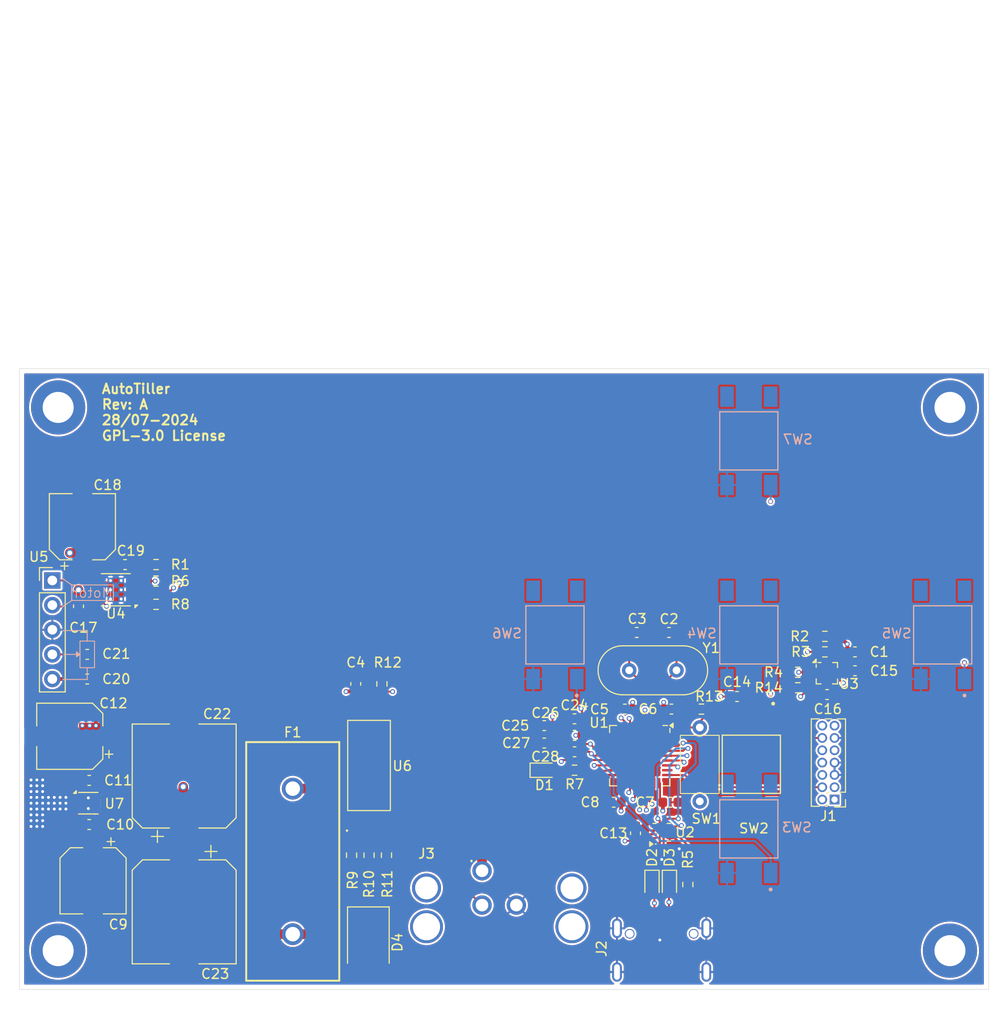
<source format=kicad_pcb>
(kicad_pcb (version 20240108) (generator "pcbnew") (generator_version "8.0")
  (layers (0 "F.Cu" signal) (1 "In1.Cu" signal) (2 "In2.Cu" signal) (31 "B.Cu" signal) (34 "B.Paste" user) (35 "F.Paste" user) (36 "B.SilkS" user "B.Silkscreen") (37 "F.SilkS" user "F.Silkscreen") (38 "B.Mask" user) (39 "F.Mask" user) (44 "Edge.Cuts" user))
  (net 0 "")
  (net 1 "/Processor/RST")
  (net 2 "Net-(U1-PD0)")
  (net 3 "Net-(U1-PD1)")
  (net 4 "Net-(D1-A)")
  (net 10 "Net-(U1-BOOT0)")
  (net 11 "Net-(U1-PA7)")
  (net 14 "/Processor/SWDIO")
  (net 15 "/Processor/SWCLK")
  (net 17 "/USB-C UPF/+5V_USB")
  (net 18 "Net-(J2-CC1)")
  (net 20 "Net-(J2-CC2)")
  (net 21 "Net-(U2-VBUS_DET)")
  (net 24 "/Processor/USB_PHY_INT")
  (net 25 "Net-(U3-C1)")
  (net 26 "/E-Compass/I2C_SDA")
  (net 27 "/E-Compass/I2C_SCL")
  (net 28 "/E-Compass/INT{slash}DRDY")
  (net 32 "GND")
  (net 33 "Net-(U4-V_{18})")
  (net 34 "Net-(R1-Pad2)")
  (net 35 "/Motor Driver/ISEN")
  (net 36 "Net-(U4-ILIM)")
  (net 37 "/Motor Driver/FAULT")
  (net 38 "/Motor Driver/IN2")
  (net 39 "/Motor Driver/IN1")
  (net 40 "/Motor Driver/OUT_2")
  (net 42 "/Motor Driver/OUT_1")
  (net 43 "+3.3V")
  (net 44 "/Processor/UART_TX")
  (net 45 "/Processor/ACTUATOR_POT")
  (net 46 "VDD")
  (net 47 "Net-(J3-Pin_1)")
  (net 48 "UART_RX")
  (net 49 "Net-(J3-Pin_2)")
  (net 50 "Net-(R10-Pad2)")
  (net 51 "Net-(U1-PB2)")
  (net 52 "Net-(U1-PA3)")
  (net 53 "Net-(U1-PA4)")
  (net 54 "Net-(U1-PA5)")
  (net 55 "Net-(U1-PA6)")
  (net 56 "Net-(R2-Pad1)")
  (net 57 "Net-(R14-Pad2)")
  (net 58 "/USB_D-")
  (net 59 "/USB_D+")
  (footprint "Resistor_SMD:R_0603_1608Metric" (layer "F.Cu") (at 191.3 117.3)
    (property "Reference" "R4")
    (property "Value" "1.69k")
  )
  (footprint "Connector_PinHeader_1.27mm:PinHeader_2x07_P1.27mm_Vertical" (layer "F.Cu") (at 195.095 130.425 180)
    (property "Reference" "J1")
    (property "Value" "3220-14-0300-00")
  )
  (footprint "Capacitor_SMD:C_0603_1608Metric" (layer "F.Cu") (at 145.7 118.5 90)
    (property "Reference" "C4")
    (property "Value" "100nF")
  )
  (footprint "MountingHole:MountingHole_3.2mm_M3_DIN965_Pad_TopBottom" (layer "F.Cu") (at 207 90)
    (property "Reference" "H3" (hide yes))
    (property "Value" "MountingHole")
  )
  (footprint "Capacitor_SMD:C_0603_1608Metric" (layer "F.Cu") (at 168.27 125.5 180)
    (property "Reference" "C28")
    (property "Value" "100nF")
  )
  (footprint "Crystal:Crystal_HC49-U_Vertical" (layer "F.Cu") (at 173.91 117.1)
    (property "Reference" "Y1")
    (property "Value" "16 MHz")
  )
  (footprint "Resistor_SMD:R_0603_1608Metric" (layer "F.Cu") (at 168.27 127.4 180)
    (property "Reference" "R7")
    (property "Value" "1k")
  )
  (footprint "Capacitor_SMD:C_0603_1608Metric" (layer "F.Cu") (at 118 115.46)
    (property "Reference" "C21")
    (property "Value" "1uF")
  )
  (footprint "AutoTiller:T4145415031-001" (layer "F.Cu") (at 160.5 139.535)
    (property "Reference" "J3")
    (property "Value" "T4145415031-001")
  )
  (footprint "Resistor_SMD:R_0603_1608Metric" (layer "F.Cu") (at 145.27 136.16 90)
    (property "Reference" "R9")
    (property "Value" "1k")
  )
  (footprint "Capacitor_SMD:C_0603_1608Metric" (layer "F.Cu") (at 165.15 122.8 180)
    (property "Reference" "C25")
    (property "Value" "100nF")
  )
  (footprint "Resistor_SMD:R_0603_1608Metric" (layer "F.Cu") (at 181.36 121.1 180)
    (property "Reference" "R13")
    (property "Value" "1k")
  )
  (footprint "Resistor_SMD:R_0603_1608Metric" (layer "F.Cu") (at 125.1 107.9 180)
    (property "Reference" "R6")
    (property "Value" "1k")
  )
  (footprint "Connector_PinHeader_2.54mm:PinHeader_1x05_P2.54mm_Vertical" (layer "F.Cu") (at 114.4 107.84)
    (property "Reference" "U5")
    (property "Value" "BHTGA-A-DW")
  )
  (footprint "Capacitor_SMD:CP_Elec_6.3x7.7" (layer "F.Cu") (at 117.5 102.3 90)
    (property "Reference" "C18")
    (property "Value" "47uF")
  )
  (footprint "Capacitor_SMD:C_0603_1608Metric" (layer "F.Cu") (at 121.9 106.2)
    (property "Reference" "C19")
    (property "Value" "1uF")
  )
  (footprint "Package_DFN_QFN:Maxim_TDFN-12-1EP_3x3mm_P0.5mm_EP1.7x2.5mm_ThermalVias" (layer "F.Cu") (at 120.95 108.8 180)
    (property "Reference" "U4")
    (property "Value" "MAX22201")
  )
  (footprint "Capacitor_SMD:C_0603_1608Metric" (layer "F.Cu") (at 194.325 119.6)
    (property "Reference" "C16")
    (property "Value" "220nF")
  )
  (footprint "Resistor_SMD:R_0603_1608Metric" (layer "F.Cu") (at 194.1 113.6)
    (property "Reference" "R2")
    (property "Value" "1.69k")
  )
  (footprint "Resistor_SMD:R_0603_1608Metric" (layer "F.Cu") (at 147.07 136.16 90)
    (property "Reference" "R10")
    (property "Value" "1k")
  )
  (footprint "Resistor_SMD:R_0603_1608Metric" (layer "F.Cu") (at 125.1 110.3 180)
    (property "Reference" "R8")
    (property "Value" "1.69k")
  )
  (footprint "AutoTiller:TS04-66-65-BK-160-SMT" (layer "F.Cu") (at 186.76 126.9375 -90)
    (property "Reference" "SW2")
    (property "Value" "TS04-66-65-BK-160-SMT")
  )
  (footprint "Capacitor_SMD:C_0603_1608Metric" (layer "F.Cu") (at 165.15 124.6 180)
    (property "Reference" "C27")
    (property "Value" "100nF")
  )
  (footprint "Package_DFN_QFN:QFN-36-1EP_6x6mm_P0.5mm_EP4.1x4.1mm" (layer "F.Cu") (at 175 125.9 -90)
    (property "Reference" "U1")
    (property "Value" "STM32F103T6Ux")
  )
  (footprint "Capacitor_SMD:C_0603_1608Metric" (layer "F.Cu") (at 174.685 113.2 180)
    (property "Reference" "C3")
    (property "Value" "20pF")
  )
  (footprint "Package_LGA:LGA-12_2x2mm_P0.5mm" (layer "F.Cu") (at 194.3 117.4)
    (property "Reference" "U3")
    (property "Value" "IIS2MDCTR")
  )
  (footprint "AutoTiller:USB4800-03-A" (layer "F.Cu") (at 177.37 148.2)
    (property "Reference" "J2")
    (property "Value" "USB_C_Receptacle_USB2.0")
  )
  (footprint "MountingHole:MountingHole_3.2mm_M3_DIN965_Pad_TopBottom" (layer "F.Cu") (at 115 90)
    (property "Reference" "H4" (hide yes))
    (property "Value" "MountingHole")
  )
  (footprint "Capacitor_SMD:C_0603_1608Metric" (layer "F.Cu") (at 185.035 119.8 180)
    (property "Reference" "C14")
    (property "Value" "100nF")
  )
  (footprint "Capacitor_SMD:C_0603_1608Metric" (layer "F.Cu") (at 174.56 133.9 -90)
    (property "Reference" "C13")
    (property "Value" "100nF")
  )
  (footprint "Capacitor_SMD:CP_Elec_6.3x7.7" (layer "F.Cu") (at 116.2 123.9 180)
    (property "Reference" "C12")
    (property "Value" "47uF")
  )
  (footprint "Capacitor_SMD:C_0603_1608Metric" (layer "F.Cu") (at 118.2 128.45)
    (property "Reference" "C11")
    (property "Value" "1uF")
  )
  (footprint "Capacitor_SMD:C_0603_1608Metric" (layer "F.Cu") (at 172.315 130.7 180)
    (property "Reference" "C8")
    (property "Value" "100nF")
  )
  (footprint "AutoTiller:VO615A-4X018T" (layer "F.Cu") (at 147.07 126.96 90)
    (property "Reference" "U6")
    (property "Value" "VO615A-4")
  )
  (footprint "Capacitor_SMD:C_0603_1608Metric" (layer "F.Cu") (at 178.16 130.7)
    (property "Reference" "C7")
    (property "Value" "100nF")
  )
  (footprint "Capacitor_SMD:C_0603_1608Metric" (layer "F.Cu") (at 168.27 123.8 180)
    (property "Reference" "C26")
    (property "Value" "100nF")
  )
  (footprint "Diode_SMD:D_0603_1608Metric" (layer "F.Cu") (at 176.26 139.2 -90)
    (property "Reference" "D2")
    (property "Value" "SP1103C-01UTG")
  )
  (footprint "Capacitor_SMD:C_0603_1608Metric" (layer "F.Cu") (at 178.015 113.2)
    (property "Reference" "C2")
    (property "Value" "20pF")
  )
  (footprint "Diode_SMD:D_0603_1608Metric" (layer "F.Cu") (at 178.06 139.2 -90)
    (property "Reference" "D3")
    (property "Value" "SP1103C-01UTG")
  )
  (footprint "Capacitor_SMD:CP_Elec_10x10.5" (layer "F.Cu") (at 128 128 90)
    (property "Reference" "C22")
    (property "Value" "330uF")
  )
  (footprint "Resistor_SMD:R_0603_1608Metric" (layer "F.Cu") (at 194.1 115.2)
    (property "Reference" "R3")
    (property "Value" "1.69k")
  )
  (footprint "AutoTiller:696106003002" (layer "F.Cu") (at 139 136 -90)
    (property "Reference" "F1")
    (property "Value" "5A/50V")
  )
  (footprint "Capacitor_SMD:C_0603_1608Metric" (layer "F.Cu") (at 117.1 110.5 -90)
    (property "Reference" "C17")
    (property "Value" "1uF")
  )
  (footprint "Capacitor_SMD:C_0603_1608Metric" (layer "F.Cu") (at 168.27 122.1 180)
    (property "Reference" "C24")
    (property "Value" "100nF")
  )
  (footprint "AutoTiller:DS04-254-2L-01BK" (layer "F.Cu") (at 181.19 126.8 -90)
    (property "Reference" "SW1")
    (property "Value" "DS04-254-2L-01BK")
  )
  (footprint "Resistor_SMD:R_0603_1608Metric" (layer "F.Cu") (at 148.4 118.5 90)
    (property "Reference" "R12")
    (property "Value" "1k")
  )
  (footprint "MountingHole:MountingHole_3.2mm_M3_DIN965_Pad_TopBottom" (layer "F.Cu") (at 115 146)
    (property "Reference" "H1" (hide yes))
    (property "Value" "MountingHole")
  )
  (footprint "Capacitor_SMD:C_0603_1608Metric" (layer "F.Cu") (at 178.26 121.1)
    (property "Reference" "C6")
    (property "Value" "100nF")
  )
  (footprint "Package_SON:WSON-6-1EP_2x2mm_P0.65mm_EP1x1.6mm_ThermalVias" (layer "F.Cu") (at 118.1125 130.8)
    (property "Reference" "U7")
    (property "Value" "TLV76733DRVx")
  )
  (footprint "Capacitor_SMD:CP_Elec_10x10.5" (layer "F.Cu") (at 128 142 -90)
    (property "Reference" "C23")
    (property "Value" "330uF")
  )
  (footprint "Capacitor_SMD:CP_Elec_6.3x7.7" (layer "F.Cu") (at 118.6 138.8 -90)
    (property "Reference" "C9")
    (property "Value" "47uF")
  )
  (footprint "Package_DFN_QFN:Texas_X2QFN-12_1.6x1.6mm_P0.4mm" (layer "F.Cu") (at 177.26 133.8 90)
    (property "Reference" "U2")
    (property "Value" "TUSB320LAI")
  )
  (footprint "Capacitor_SMD:C_0603_1608Metric" (layer "F.Cu") (at 118 118)
    (property "Reference" "C20")
    (property "Value" "1uF")
  )
  (footprint "Resistor_SMD:R_0603_1608Metric" (layer "F.Cu") (at 148.87 136.16 90)
    (property "Reference" "R11")
    (property "Value" "1k")
  )
  (footprint "MountingHole:MountingHole_3.2mm_M3_DIN965_Pad_TopBottom" (layer "F.Cu") (at 207 146)
    (property "Reference" "H2" (hide yes))
    (property "Value" "MountingHole")
  )
  (footprint "Resistor_SMD:R_0603_1608Metric" (layer "F.Cu") (at 191.3 118.9 180)
    (property "Reference" "R14")
    (property "Value" "1.69k")
  )
  (footprint "Diode_SMD:D_SMB" (layer "F.Cu") (at 147 145.15 -90)
    (property "Reference" "D4")
    (property "Value" "SMBJ20A")
  )
  (footprint "Capacitor_SMD:C_0603_1608Metric" (layer "F.Cu") (at 197.2 117.15)
    (property "Reference" "C15")
    (property "Value" "1uF")
  )
  (footprint "Resistor_SMD:R_0603_1608Metric" (layer "F.Cu") (at 125.1 106.2)
    (property "Reference" "R1")
    (property "Value" "1k")
  )
  (footprint "Capacitor_SMD:C_0603_1608Metric" (layer "F.Cu") (at 173.46 121.1 180)
    (property "Reference" "C5")
    (property "Value" "100nF")
  )
  (footprint "Capacitor_SMD:C_0603_1608Metric" (layer "F.Cu") (at 197.2 115.2)
    (property "Reference" "C1")
    (property "Value" "100nF")
  )
  (footprint "Resistor_SMD:R_0603_1608Metric" (layer "F.Cu") (at 179.96 139.18 90)
    (property "Reference" "R5")
    (property "Value" "910k")
  )
  (footprint "Capacitor_SMD:C_0603_1608Metric" (layer "F.Cu") (at 118.2 133 180)
    (property "Reference" "C10")
    (property "Value" "1uF")
  )
  (footprint "LED_SMD:LED_0603_1608Metric" (layer "F.Cu") (at 165.17 127.4)
    (property "Reference" "D1")
    (property "Value" "Green")
  )
  (footprint "AutoTiller:TS04-66-65-BK-160-SMT" (layer "B.Cu") (at 166.5 113.3 90)
    (property "Reference" "SW6")
    (property "Value" "TS04-66-65-BK-160-SMT")
  )
  (footprint "AutoTiller:TS04-66-65-BK-160-SMT" (layer "B.Cu") (at 186.5 133.3 90)
    (property "Reference" "SW3")
    (property "Value" "TS04-66-65-BK-160-SMT")
  )
  (footprint "AutoTiller:TS04-66-65-BK-160-SMT" (layer "B.Cu") (at 206.5 113.3 90)
    (property "Reference" "SW5")
    (property "Value" "TS04-66-65-BK-160-SMT")
  )
  (footprint "AutoTiller:TS04-66-65-BK-160-SMT" (layer "B.Cu") (at 186.5 93.3 90)
    (property "Reference" "SW7")
    (property "Value" "TS04-66-65-BK-160-SMT")
  )
  (footprint "AutoTiller:TS04-66-65-BK-160-SMT" (layer "B.Cu") (at 186.5 113.3 90)
    (property "Reference" "SW4")
    (property "Value" "TS04-66-65-BK-160-SMT")
  )
  (gr_line (start 115.5 118.0425) (end 118 118.0425) (stroke (width 0.1)) (layer "B.SilkS"))
  (gr_line (start 117.2 115.46) (end 116.9 115.2) (stroke (width 0.1)) (layer "B.SilkS"))
  (gr_line (start 117.25 115.46) (end 115.594071 115.46) (stroke (width 0.1)) (layer "B.SilkS"))
  (gr_line (start 118 116.835) (end 118 118.0425) (stroke (width 0.1)) (layer "B.SilkS"))
  (gr_line (start 117.1 115.5) (end 117 115.5) (stroke (width 0.1)) (layer "B.SilkS"))
  (gr_line (start 116.9 115.3) (end 117.1 115.4) (stroke (width 0.1)) (layer "B.SilkS"))
  (gr_line (start 117 115.6) (end 117.1 115.5) (stroke (width 0.1)) (layer "B.SilkS"))
  (gr_line (start 116.9 115.7) (end 117.2 115.5) (stroke (width 0.1)) (layer "B.SilkS"))
  (gr_rect (start 116.4 108.3) (end 120.7 109.9) (stroke (width 0.1)) (fill none) (layer "B.SilkS"))
  (gr_line (start 117 115.4) (end 116.9 115.3) (stroke (width 0.1)) (layer "B.SilkS"))
  (gr_line (start 115.4 107.6) (end 116.4 108.3) (stroke (width 0.1)) (layer "B.SilkS"))
  (gr_line (start 115.5 113) (end 118 113) (stroke (width 0.1)) (layer "B.SilkS"))
  (gr_line (start 118 114.085) (end 118 113) (stroke (width 0.1)) (layer "B.SilkS"))
  (gr_line (start 116.9 115.2) (end 116.9 115.7) (stroke (width 0.1)) (layer "B.SilkS"))
  (gr_rect (start 117.25 114.085) (end 118.75 116.835) (stroke (width 0.1)) (fill none) (layer "B.SilkS"))
  (gr_line (start 115.4 110.6) (end 116.4 109.9) (stroke (width 0.1)) (layer "B.SilkS"))
  (gr_line (start 116.9 115.5) (end 117 115.6) (stroke (width 0.1)) (layer "B.SilkS"))
  (gr_rect (start 111 86) (end 211 150) (stroke (width 0.05)) (fill none) (layer "Edge.Cuts"))
  (gr_text "Motor" (at 120.7 109.7 0) (layer "B.SilkS") (effects (font (size 1 1) (thickness 0.1)) (justify left bottom mirror)))
  (gr_text "AutoTiller\nRev: A\n28/07-2024\nGPL-3.0 License" (at 119.4 93.5 0) (layer "F.SilkS") (effects (font (size 1 1) (thickness 0.2) (bold yes)) (justify left bottom)))
  (segment (start 175.54 121.2) (end 175.59 121.25) (width 0.2) (layer "F.Cu") (net 1))
  (segment (start 193.825 124.075) (end 187.445 124.075) (width 0.2) (layer "F.Cu") (net 1))
  (segment (start 183.36 119.8) (end 184.26 119.8) (width 0.2) (layer "F.Cu") (net 1))
  (segment (start 184.26 119.8) (end 184.26 122.2375) (width 0.2) (layer "F.Cu") (net 1))
  (segment (start 175.59 121.25) (end 175.59 123.0625) (width 0.2) (layer "F.Cu") (net 1))
  (segment (start 187.445 124.075) (end 185.6075 122.2375) (width 0.2) (layer "F.Cu") (net 1))
  (segment (start 185.6075 122.2375) (end 184.26 122.2375) (width 0.2) (layer "F.Cu") (net 1))
  (via (at 175.54 121.2) (size 0.5) (drill 0.3) (layers "F.Cu" "B.Cu") (net 1))
  (via (at 183.36 119.8) (size 0.5) (drill 0.3) (layers "F.Cu" "B.Cu") (net 1))
  (segment (start 178.79 113.2) (end 178.79 117.1) (width 0.2) (layer "F.Cu") (net 2))
  (segment (start 178.79 117.12) (end 178.79 117.1) (width 0.2) (layer "F.Cu") (net 2))
  (segment (start 176.59 123.0625) (end 176.59 119.32) (width 0.2) (layer "F.Cu") (net 2))
  (segment (start 176.59 119.32) (end 178.79 117.12) (width 0.2) (layer "F.Cu") (net 2))
  (segment (start 176.09 119.28) (end 173.91 117.1) (width 0.2) (layer "F.Cu") (net 3))
  (segment (start 173.91 117.1) (end 173.91 113.2) (width 0.2) (layer "F.Cu") (net 3))
  (segment (start 176.09 123.0625) (end 176.09 119.28) (width 0.2) (layer "F.Cu") (net 3))
  (segment (start 165.9575 127.4) (end 167.445 127.4) (width 0.2) (layer "F.Cu") (net 4))
  (segment (start 181.19 122.4) (end 181.89 121.7) (width 0.2) (layer "F.Cu") (net 10))
  (segment (start 177.9275 124.4) (end 178.79 124.4) (width 0.2) (layer "F.Cu") (net 10))
  (segment (start 181.19 122.99) (end 181.19 122.4) (width 0.2) (layer "F.Cu") (net 10))
  (segment (start 178.79 124.4) (end 180.2 122.99) (width 0.2) (layer "F.Cu") (net 10))
  (segment (start 181.89 121.7) (end 181.89 121.1) (width 0.2) (layer "F.Cu") (net 10))
  (segment (start 180.2 122.99) (end 181.19 122.99) (width 0.2) (layer "F.Cu") (net 10))
  (segment (start 169.8 125.5) (end 169.045 125.5) (width 0.2) (layer "F.Cu") (net 11))
  (segment (start 172.1625 125.9) (end 170.2 125.9) (width 0.2) (layer "F.Cu") (net 11))
  (segment (start 170.2 125.9) (end 169.8 125.5) (width 0.2) (layer "F.Cu") (net 11))
  (via (at 170 125.7) (size 0.5) (drill 0.3) (layers "F.Cu" "B.Cu") (net 11))
  (segment (start 177.2 134.7) (end 172.3 129.8) (width 0.2) (layer "B.Cu") (net 11))
  (segment (start 172.3 128) (end 170 125.7) (width 0.2) (layer "B.Cu") (net 11))
  (segment (start 188.5 138) (end 188.5 136.3) (width 0.2) (layer "B.Cu") (net 11))
  (segment (start 186.9 134.7) (end 177.2 134.7) (width 0.2) (layer "B.Cu") (net 11))
  (segment (start 172.3 129.8) (end 172.3 128) (width 0.2) (layer "B.Cu") (net 11))
  (segment (start 188.5 136.3) (end 186.9 134.7) (width 0.2) (layer "B.Cu") (net 11))
  (segment (start 179.67 127.9) (end 180.925 129.155) (width 0.2) (layer "F.Cu") (net 14))
  (segment (start 177.8375 127.9) (end 179.67 127.9) (width 0.2) (layer "F.Cu") (net 14))
  (segment (start 180.925 129.155) (end 193.825 129.155) (width 0.2) (layer "F.Cu") (net 14))
  (segment (start 176.27 130.844315) (end 176 130.574315) (width 0.2) (layer "F.Cu") (net 15))
  (segment (start 176 130.574315) (end 176 128.7375) (width 0.2) (layer "F.Cu") (net 15))
  (segment (start 176.27 130.9) (end 176.27 130.844315) (width 0.2) (layer "F.Cu") (net 15))
  (via (at 176.27 130.9) (size 0.5) (drill 0.3) (layers "F.Cu" "B.Cu") (net 15))
  (segment (start 179.66 144.4) (end 178.36 145.7) (width 0.2) (layer "F.Cu") (net 17))
  (segment (start 179.96 141.2) (end 179.96 140.005) (width 0.2) (layer "F.Cu") (net 17))
  (segment (start 178.36 145.7) (end 176.16 145.7) (width 0.2) (layer "F.Cu") (net 17))
  (segment (start 174.86 144.4) (end 174.86 142.8) (width 0.2) (layer "F.Cu") (net 17))
  (segment (start 179.66 142.8) (end 179.66 141.5) (width 0.2) (layer "F.Cu") (net 17))
  (segment (start 179.66 142.8) (end 179.66 144.4) (width 0.2) (layer "F.Cu") (net 17))
  (segment (start 176.16 145.7) (end 174.86 144.4) (width 0.2) (layer "F.Cu") (net 17))
  (segment (start 179.66 141.5) (end 179.96 141.2) (width 0.2) (layer "F.Cu") (net 17))
  (segment (start 176.01 141.75) (end 175.06 140.8) (width 0.2) (layer "F.Cu") (net 18))
  (segment (start 177.06 135.4) (end 177.06 134.525) (width 0.2) (layer "F.Cu") (net 18))
  (segment (start 175.06 137.4) (end 177.06 135.4) (width 0.2) (layer "F.Cu") (net 18))
  (segment (start 175.06 140.8) (end 175.06 137.4) (width 0.2) (layer "F.Cu") (net 18))
  (segment (start 176.01 142.8) (end 176.01 141.75) (width 0.2) (layer "F.Cu") (net 18))
  (segment (start 179.01 142.8) (end 179.01 136.95) (width 0.2) (layer "F.Cu") (net 20))
  (segment (start 177.46 135.4) (end 177.46 134.525) (width 0.2) (layer "F.Cu") (net 20))
  (segment (start 179.01 136.95) (end 177.46 135.4) (width 0.2) (layer "F.Cu") (net 20))
  (segment (start 179.96 135.16) (end 178.8 134) (width 0.2) (layer "F.Cu") (net 21))
  (segment (start 179.96 138.355) (end 179.96 135.16) (width 0.2) (layer "F.Cu") (net 21))
  (segment (start 178.8 134) (end 178.085 134) (width 0.2) (layer "F.Cu") (net 21))
  (segment (start 179.87 125.9) (end 177.8375 125.9) (width 0.2) (layer "F.Cu") (net 24))
  (segment (start 178.085 133.2) (end 179.2 133.2) (width 0.2) (layer "F.Cu") (net 24))
  (segment (start 179.2 133.2) (end 179.3 133.1) (width 0.2) (layer "F.Cu") (net 24))
  (via (at 179.87 125.9) (size 0.5) (drill 0.3) (layers "F.Cu" "B.Cu") (net 24))
  (via (at 179.3 133.1) (size 0.5) (drill 0.3) (layers "F.Cu" "B.Cu") (net 24))
  (segment (start 179.3 133.1) (end 178.927537 133.1) (width 0.2) (layer "B.Cu") (net 24))
  (segment (start 178.927537 133.1) (end 178.07 132.242463) (width 0.2) (layer "B.Cu") (net 24))
  (segment (start 178.07 126.9) (end 179.07 125.9) (width 0.2) (layer "B.Cu") (net 24))
  (segment (start 179.07 125.9) (end 179.87 125.9) (width 0.2) (layer "B.Cu") (net 24))
  (segment (start 178.07 132.242463) (end 178.07 126.9) (width 0.2) (layer "B.Cu") (net 24))
  (segment (start 193.55 119.15) (end 193.55 119.6) (width 0.2) (layer "F.Cu") (net 25))
  (segment (start 194.05 118.65) (end 193.55 119.15) (width 0.2) (layer "F.Cu") (net 25))
  (segment (start 194.05 118.1625) (end 194.05 118.65) (width 0.2) (layer "F.Cu") (net 25))
  (segment (start 192.125 119.275) (end 191.6 119.8) (width 0.2) (layer "F.Cu") (net 26))
  (segment (start 192.125 118.9) (end 192.125 119.275) (width 0.2) (layer "F.Cu") (net 26))
  (segment (start 178.97 124.9) (end 177.8375 124.9) (width 0.2) (layer "F.Cu") (net 26))
  (segment (start 179.47 124.6) (end 179.27 124.6) (width 0.2) (layer "F.Cu") (net 26))
  (segment (start 193.3 118.15) (end 193.5375 118.15) (width 0.2) (layer "F.Cu") (net 26))
  (segment (start 179.27 124.6) (end 178.97 124.9) (width 0.2) (layer "F.Cu") (net 26))
  (segment (start 178.97 132.4) (end 177.77 132.4) (width 0.2) (layer "F.Cu") (net 26))
  (segment (start 177.77 132.4) (end 177.46 132.71) (width 0.2) (layer "F.Cu") (net 26))
  (segment (start 192.125 118.9) (end 192.55 118.9) (width 0.2) (layer "F.Cu") (net 26))
  (segment (start 192.55 118.9) (end 193.3 118.15) (width 0.2) (layer "F.Cu") (net 26))
  (segment (start 177.46 132.71) (end 177.46 133.075) (width 0.2) (layer "F.Cu") (net 26))
  (via (at 179.47 124.6) (size 0.5) (drill 0.3) (layers "F.Cu" "B.Cu") (net 26))
  (via (at 191.6 119.8) (size 0.5) (drill 0.3) (layers "F.Cu" "B.Cu") (net 26))
  (via (at 178.97 132.4) (size 0.5) (drill 0.3) (layers "F.Cu" "B.Cu") (net 26))
  (segment (start 178.97 132.4) (end 178.97 128.5) (width 0.2) (layer "B.Cu") (net 26))
  (segment (start 180.77 126.7) (end 180.77 124.8) (width 0.2) (layer "B.Cu") (net 26))
  (segment (start 178.97 128.5) (end 180.77 126.7) (width 0.2) (layer "B.Cu") (net 26))
  (segment (start 180.77 124.8) (end 180.57 124.6) (width 0.2) (layer "B.Cu") (net 26))
  (segment (start 180.57 124.6) (end 179.47 124.6) (width 0.2) (layer "B.Cu") (net 26))
  (segment (start 179.97 125.15) (end 179.7325 125.15) (width 0.2) (layer "F.Cu") (net 27))
  (segment (start 179.7325 125.15) (end 179.4825 125.4) (width 0.2) (layer "F.Cu") (net 27))
  (segment (start 179.4825 125.4) (end 177.8375 125.4) (width 0.2) (layer "F.Cu") (net 27))
  (segment (start 193.275 115.875) (end 193.275 115.2) (width 0.2) (layer "F.Cu") (net 27))
  (segment (start 177.06 133.075) (end 177.06 132.59) (width 0.2) (layer "F.Cu") (net 27))
  (segment (start 193.5375 116.1375) (end 193.275 115.875) (width 0.2) (layer "F.Cu") (net 27))
  (segment (start 193.5375 116.65) (end 193.5375 116.1375) (width 0.2) (layer "F.Cu") (net 27))
  (segment (start 177.06 132.59) (end 176.87 132.4) (width 0.2) (layer "F.Cu") (net 27))
  (segment (start 193.275 115.2) (end 192.3 115.2) (width 0.2) (layer "F.Cu") (net 27))
  (via (at 179.97 125.15) (size 0.5) (drill 0.3) (layers "F.Cu" "B.Cu") (net 27))
  (via (at 192.3 115.2) (size 0.5) (drill 0.3) (layers "F.Cu" "B.Cu") (net 27))
  (via (at 176.87 132.4) (size 0.5) (drill 0.3) (layers "F.Cu" "B.Cu") (net 27))
  (segment (start 176.82 127.05) (end 176.82 132.35) (width 0.2) (layer "B.Cu") (net 27))
  (segment (start 179.97 125.15) (end 178.72 125.15) (width 0.2) (layer "B.Cu") (net 27))
  (segment (start 178.72 125.15) (end 176.82 127.05) (width 0.2) (layer "B.Cu") (net 27))
  (segment (start 176.82 132.35) (end 176.87 132.4) (width 0.2) (layer "B.Cu") (net 27))
  (segment (start 179.57 126.576312) (end 179.393688 126.4) (width 0.2) (layer "F.Cu") (net 28))
  (segment (start 195.0625 118.15) (end 195.75 118.15) (width 0.2) (layer "F.Cu") (net 28))
  (segment (start 195.75 118.15) (end 196 118.4) (width 0.2) (layer "F.Cu") (net 28))
  (segment (start 179.393688 126.4) (end 177.8375 126.4) (width 0.2) (layer "F.Cu") (net 28))
  (via (at 179.57 126.576312) (size 0.5) (drill 0.3) (layers "F.Cu" "B.Cu") (net 28))
  (via (at 196 118.4) (size 0.5) (drill 0.3) (layers "F.Cu" "B.Cu") (net 28))
  (segment (start 178.085 133.6) (end 178.627537 133.6) (width 0.2) (layer "F.Cu") (net 32))
  (segment (start 119.475 108.05) (end 120.2 108.05) (width 0.2) (layer "F.Cu") (net 32))
  (segment (start 178.627537 133.6) (end 178.652537 133.625) (width 0.2) (layer "F.Cu") (net 32))
  (segment (start 121.75 109.05) (end 121.5 108.8) (width 0.2) (layer "F.Cu") (net 32))
  (segment (start 122.425 109.05) (end 121.75 109.05) (width 0.2) (layer "F.Cu") (net 32))
  (segment (start 120.2 108.05) (end 120.4 107.85) (width 0.2) (layer "F.Cu") (net 32))
  (segment (start 179.025 133.625) (end 179.3 133.9) (width 0.2) (layer "F.Cu") (net 32))
  (segment (start 178.652537 133.625) (end 179.025 133.625) (width 0.2) (layer "F.Cu") (net 32))
  (via (at 112.8 133.2) (size 0.5) (drill 0.3) (layers "F.Cu" "B.Cu") (net 32))
  (via (at 115.2 130.2) (size 0.5) (drill 0.3) (layers "F.Cu" "B.Cu") (net 32))
  (via (at 112.8 128.4) (size 0.5) (drill 0.3) (layers "F.Cu" "B.Cu") (net 32))
  (via (at 113.4 130.8) (size 0.5) (drill 0.3) (layers "F.Cu" "B.Cu") (net 32))
  (via (at 114.6 130.8) (size 0.5) (drill 0.3) (layers "F.Cu" "B.Cu") (net 32))
  (via (at 115.2 130.8) (size 0.5) (drill 0.3) (layers "F.Cu" "B.Cu") (net 32))
  (via (at 113.4 130.2) (size 0.5) (drill 0.3) (layers "F.Cu" "B.Cu") (net 32))
  (via (at 112.2 131.4) (size 0.5) (drill 0.3) (layers "F.Cu" "B.Cu") (net 32))
  (via (at 115.8 131.4) (size 0.5) (drill 0.3) (layers "F.Cu" "B.Cu") (net 32))
  (via (at 114.6 130.2) (size 0.5) (drill 0.3) (layers "F.Cu" "B.Cu") (net 32))
  (via (at 113.4 128.4) (size 0.5) (drill 0.3) (layers "F.Cu" "B.Cu") (net 32))
  (via (at 112.8 132.6) (size 0.5) (drill 0.3) (layers "F.Cu" "B.Cu") (net 32))
  (via (at 115.8 130.8) (size 0.5) (drill 0.3) (layers "F.Cu" "B.Cu") (net 32))
  (via (at 112.2 128.4) (size 0.5) (drill 0.3) (layers "F.Cu" "B.Cu") (net 32))
  (via (at 112.2 132.6) (size 0.5) (drill 0.3) (layers "F.Cu" "B.Cu") (net 32))
  (via (at 113.4 131.4) (size 0.5) (drill 0.3) (layers "F.Cu" "B.Cu") (net 32))
  (via (at 112.2 130.2) (size 0.5) (drill 0.3) (layers "F.Cu" "B.Cu") (net 32))
  (via (at 179.07 135.5) (size 0.5) (drill 0.3) (layers "F.Cu" "B.Cu") (net 32))
  (via (at 112.2 133.2) (size 0.5) (drill 0.3) (layers "F.Cu" "B.Cu") (net 32))
  (via (at 112.8 130.2) (size 0.5) (drill 0.3) (layers "F.Cu" "B.Cu") (net 32))
  (via (at 112.8 132) (size 0.5) (drill 0.3) (layers "F.Cu" "B.Cu") (net 32))
  (via (at 112.8 131.4) (size 0.5) (drill 0.3) (layers "F.Cu" "B.Cu") (net 32))
  (via (at 177.07 144.9) (size 0.5) (drill 0.3) (layers "F.Cu" "B.Cu") (net 32))
  (via (at 114.6 131.4) (size 0.5) (drill 0.3) (layers "F.Cu" "B.Cu") (net 32))
  (via (at 112.8 130.8) (size 0.5) (drill 0.3) (layers "F.Cu" "B.Cu") (net 32))
  (via (at 177.27 136.6) (size 0.5) (drill 0.3) (layers "F.Cu" "B.Cu") (net 32))
  (via (at 113.4 132) (size 0.5) (drill 0.3) (layers "F.Cu" "B.Cu") (net 32))
  (via (at 115.2 131.4) (size 0.5) (drill 0.3) (layers "F.Cu" "B.Cu") (net 32))
  (via (at 112.8 129.6) (size 0.5) (drill 0.3) (layers "F.Cu" "B.Cu") (net 32))
  (via (at 115.8 130.2) (size 0.5) (drill 0.3) (layers "F.Cu" "B.Cu") (net 32))
  (via (at 114 131.4) (size 0.5) (drill 0.3) (layers "F.Cu" "B.Cu") (net 32))
  (via (at 114 130.8) (size 0.5) (drill 0.3) (layers "F.Cu" "B.Cu") (net 32))
  (via (at 112.2 129) (size 0.5) (drill 0.3) (layers "F.Cu" "B.Cu") (net 32))
  (via (at 112.8 129) (size 0.5) (drill 0.3) (layers "F.Cu" "B.Cu") (net 32))
  (via (at 112.2 132) (size 0.5) (drill 0.3) (layers "F.Cu" "B.Cu") (net 32))
  (via (at 113.4 133.2) (size 0.5) (drill 0.3) (layers "F.Cu" "B.Cu") (net 32))
  (via (at 113.4 129.6) (size 0.5) (drill 0.3) (layers "F.Cu" "B.Cu") (net 32))
  (via (at 113.4 132.6) (size 0.5) (drill 0.3) (layers "F.Cu" "B.Cu") (net 32))
  (via (at 113.4 129) (size 0.5) (drill 0.3) (layers "F.Cu" "B.Cu") (net 32))
  (via (at 112.2 130.8) (size 0.5) (drill 0.3) (layers "F.Cu" "B.Cu") (net 32))
  (via (at 114 130.2) (size 0.5) (drill 0.3) (layers "F.Cu" "B.Cu") (net 32))
  (via (at 112.2 129.6) (size 0.5) (drill 0.3) (layers "F.Cu" "B.Cu") (net 32))
  (segment (start 120.1 106.2) (end 121.125 106.2) (width 0.2) (layer "F.Cu") (net 33))
  (segment (start 119.475 107.55) (end 119.475 106.825) (width 0.2) (layer "F.Cu") (net 33))
  (segment (start 119.475 106.825) (end 120.1 106.2) (width 0.2) (layer "F.Cu") (net 33))
  (segment (start 125.925 106.2) (end 125.925 107.9) (width 0.2) (layer "F.Cu") (net 34))
  (segment (start 123.35 107.55) (end 122.425 107.55) (width 0.2) (layer "F.Cu") (net 35))
  (segment (start 124.275 107.9) (end 125 107.9) (width 0.2) (layer "F.Cu") (net 35))
  (segment (start 124.275 107.9) (end 123.7 107.9) (width 0.2) (layer "F.Cu") (net 35))
  (segment (start 170.3 126.9) (end 172.1625 126.9) (width 0.2) (layer "F.Cu") (net 35))
  (segment (start 123.7 107.9) (end 123.35 107.55) (width 0.2) (layer "F.Cu") (net 35))
  (via (at 125 107.9) (size 0.5) (drill 0.3) (layers "F.Cu" "B.Cu") (net 35))
  (via (at 170.3 126.9) (size 0.5) (drill 0.3) (layers "F.Cu" "B.Cu") (net 35))
  (segment (start 123.6 110.3) (end 124.275 110.3) (width 0.2) (layer "F.Cu") (net 36))
  (segment (start 123.35 110.05) (end 123.6 110.3) (width 0.2) (layer "F.Cu") (net 36))
  (segment (start 122.425 110.05) (end 123.35 110.05) (width 0.2) (layer "F.Cu") (net 36))
  (segment (start 178.76 126.9) (end 177.8375 126.9) (width 0.2) (layer "F.Cu") (net 37))
  (segment (start 178.926091 127.066091) (end 178.76 126.9) (width 0.2) (layer "F.Cu") (net 37))
  (segment (start 119.55 110.05) (end 119.475 110.05) (width 0.2) (layer "F.Cu") (net 37))
  (segment (start 120 110.5) (end 119.55 110.05) (width 0.2) (layer "F.Cu") (net 37))
  (via (at 120 110.5) (size 0.5) (drill 0.3) (layers "F.Cu" "B.Cu") (net 37))
  (via (at 178.926091 127.066091) (size 0.5) (drill 0.3) (layers "F.Cu" "B.Cu") (net 37))
  (segment (start 126.6 108.9) (end 123.8 108.9) (width 0.2) (layer "F.Cu") (net 38))
  (segment (start 122.95 108.05) (end 122.425 108.05) (width 0.2) (layer "F.Cu") (net 38))
  (segment (start 126.9 108.6) (end 126.6 108.9) (width 0.2) (layer "F.Cu") (net 38))
  (segment (start 123.8 108.9) (end 122.95 108.05) (width 0.2) (layer "F.Cu") (net 38))
  (segment (start 173.070306 122.006338) (end 173.076338 122.006338) (width 0.2) (layer "F.Cu") (net 38))
  (segment (start 173.076338 122.006338) (end 173.5 122.43) (width 0.2) (layer "F.Cu") (net 38))
  (segment (start 173.5 122.43) (end 173.5 123.0625) (width 0.2) (layer "F.Cu") (net 38))
  (via (at 173.070306 122.006338) (size 0.5) (drill 0.3) (layers "F.Cu" "B.Cu") (net 38))
  (via (at 126.9 108.6) (size 0.5) (drill 0.3) (layers "F.Cu" "B.Cu") (net 38))
  (segment (start 174 123.0625) (end 174 122.153449) (width 0.2) (layer "F.Cu") (net 39))
  (segment (start 123.6 109.3) (end 122.85 108.55) (width 0.2) (layer "F.Cu") (net 39))
  (segment (start 122.85 108.55) (end 122.425 108.55) (width 0.2) (layer "F.Cu") (net 39))
  (segment (start 174 122.153449) (end 173.910463 122.063912) (width 0.2) (layer "F.Cu") (net 39))
  (segment (start 127.5 109.2) (end 127.4 109.3) (width 0.2) (layer "F.Cu") (net 39))
  (segment (start 127.5 108.1) (end 127.5 109.2) (width 0.2) (layer "F.Cu") (net 39))
  (segment (start 127.4 109.3) (end 123.6 109.3) (width 0.2) (layer "F.Cu") (net 39))
  (via (at 127.5 108.1) (size 0.5) (drill 0.3) (layers "F.Cu" "B.Cu") (net 39))
  (via (at 173.910463 122.063912) (size 0.5) (drill 0.3) (layers "F.Cu" "B.Cu") (net 39))
  (segment (start 119.475 109.55) (end 118.65 109.55) (width 0.2) (layer "F.Cu") (net 40))
  (segment (start 114.545 110.525) (end 114.4 110.38) (width 0.2) (layer "F.Cu") (net 40))
  (segment (start 118.65 109.55) (end 117.675 110.525) (width 0.2) (layer "F.Cu") (net 40))
  (segment (start 117.675 110.525) (end 114.545 110.525) (width 0.2) (layer "F.Cu") (net 40))
  (segment (start 118.45 108.55) (end 117.74 107.84) (width 0.2) (layer "F.Cu") (net 42))
  (segment (start 119.475 108.55) (end 118.45 108.55) (width 0.2) (layer "F.Cu") (net 42))
  (segment (start 117.74 107.84) (end 114.4 107.84) (width 0.2) (layer "F.Cu") (net 42))
  (segment (start 196.425 115.3) (end 196.425 117.15) (width 0.4) (layer "F.Cu") (net 43))
  (segment (start 176.435 134.4) (end 175.66 134.4) (width 0.2) (layer "F.Cu") (net 43))
  (segment (start 177.09 122.27) (end 177.485 121.875) (width 0.2) (layer "F.Cu") (net 43))
  (segment (start 173.07 131.6) (end 173.07 130.72) (width 0.4) (layer "F.Cu") (net 43))
  (segment (start 117.225 130.8) (end 117.225 130.15) (width 0.2) (layer "F.Cu") (net 43))
  (segment (start 117.225 118) (end 114.4 118) (width 0.4) (layer "F.Cu") (net 43))
  (segment (start 195.0625 117.15) (end 195.0625 116.65) (width 0.2) (layer "F.Cu") (net 43))
  (segment (start 193.5375 117.65) (end 193.05 117.65) (width 0.2) (layer "F.Cu") (net 43))
  (segment (start 118.9 121.8) (end 117.225 120.125) (width 0.4) (layer "F.Cu") (net 43))
  (segment (start 196.425 114.425) (end 196.425 115.5) (width 0.4) (layer "F.Cu") (net 43))
  (segment (start 174.235 120.435) (end 174.27 120.4) (width 0.4) (layer "F.Cu") (net 43))
  (segment (start 177.09 123.0625) (end 177.09 122.27) (width 0.2) (layer "F.Cu") (net 43))
  (segment (start 195.6 113.6) (end 196.4 114.4) (width 0.4) (layer "F.Cu") (net 43))
  (segment (start 174.235 121.1) (end 174.235 120.435) (width 0.4) (layer "F.Cu") (net 43))
  (segment (start 174.59 123.0625) (end 174.59 121.1) (width 0.2) (layer "F.Cu") (net 43))
  (segment (start 118.9 123.9) (end 118.9 125.5) (width 0.4) (layer "F.Cu") (net 43))
  (segment (start 192.7 117.3) (end 192.125 117.3) (width 0.2) (layer "F.Cu") (net 43))
  (segment (start 144.725 119.275) (end 144.7 119.3) (width 0.4) (layer "F.Cu") (net 43))
  (segment (start 173.495 134.675) (end 173.47 134.7) (width 0.2) (layer "F.Cu") (net 43))
  (segment (start 145.7 119.275) (end 144.725 119.275) (width 0.4) (layer "F.Cu") (net 43))
  (segment (start 177.385 131.585) (end 177.37 131.6) (width 0.4) (layer "F.Cu") (net 43))
  (segment (start 118.9 122.8) (end 118.9 123.9) (width 0.4) (layer "F.Cu") (net 43))
  (segment (start 175.66 134.4) (end 175.385 134.675) (width 0.2) (layer "F.Cu") (net 43))
  (segment (start 177.09 128.7375) (end 177.09 130.7) (width 0.2) (layer "F.Cu") (net 43))
  (segment (start 117.425 126.975) (end 117.425 128.45) (width 0.4) (layer "F.Cu") (net 43))
  (segment (start 196.4 114.4) (end 196.425 114.425) (width 0.4) (layer "F.Cu") (net 43))
  (segment (start 177.485 121.875) (end 177.485 121.1) (width 0.2) (layer "F.Cu") (net 43))
  (segment (start 177.485 121.1) (end 177.485 120.415) (width 0.2) (layer "F.Cu") (net 43))
  (segment (start 174.56 134.675) (end 173.495 134.675) (width 0.2) (layer "F.Cu") (net 43))
  (segment (start 117.425 128.45) (end 117.225 128.65) (width 0.2) (layer "F.Cu") (net 43))
  (segment (start 175.385 134.675) (end 174.56 134.675) (width 0.2) (layer "F.Cu") (net 43))
  (segment (start 173.07 130.72) (end 173.09 130.7) (width 0.4) (layer "F.Cu") (net 43))
  (segment (start 145.7 121.12) (end 145.8 121.22) (width 0.4) (layer "F.Cu") (net 43))
  (segment (start 177.485 120.415) (end 177.47 120.4) (width 0.2) (layer "F.Cu") (net 43))
  (segment (start 118.9 125.5) (end 117.425 126.975) (width 0.4) (layer "F.Cu") (net 43))
  (segment (start 194.925 113.6) (end 195.6 113.6) (width 0.4) (layer "F.Cu") (net 43))
  (segment (start 117.225 128.65) (end 117.225 130.15) (width 0.2) (layer "F.Cu") (net 43))
  (segment (start 177.385 130.7) (end 177.385 131.585) (width 0.4) (layer "F.Cu") (net 43))
  (segment (start 145.7 119.275) (end 145.7 121.12) (width 0.4) (layer "F.Cu") (net 43))
  (segment (start 117.225 120.125) (end 117.225 118) (width 0.4) (layer "F.Cu") (net 43))
  (segment (start 191.4 117.3) (end 192.125 117.3) (width 0.2) (layer "F.Cu") (net 43))
  (segment (start 173.09 128.7375) (end 173.09 130.7) (width 0.2) (layer "F.Cu") (net 43))
  (segment (start 118.9 122.8) (end 118.9 121.8) (width 0.4) (layer "F.Cu") (net 43))
  (segment (start 195.0625 117.15) (end 196.425 117.15) (width 0.2) (layer "F.Cu") (net 43))
  (segment (start 193.05 117.65) (end 192.7 117.3) (width 0.2) (layer "F.Cu") (net 43))
  (via (at 196.4 114.4) (size 0.5) (drill 0.3) (layers "F.Cu" "B.Cu") (net 43))
  (via (at 173.07 131.6) (size 0.5) (drill 0.3) (layers "F.Cu" "B.Cu") (net 43))
  (via (at 177.37 131.6) (size 0.5) (drill 0.3) (layers "F.Cu" "B.Cu") (net 43))
  (via (at 173.47 134.7) (size 0.5) (drill 0.3) (layers "F.Cu" "B.Cu") (net 43))
  (via (at 144.7 119.3) (size 0.5) (drill 0.3) (layers "F.Cu" "B.Cu") (net 43))
  (via (at 117.5 122.8) (size 0.5) (drill 0.3) (layers "F.Cu" "B.Cu") (net 43))
  (via (at 191.4 117.3) (size 0.5) (drill 0.3) (layers "F.Cu" "B.Cu") (net 43))
  (via (at 177.47 120.4) (size 0.5) (drill 0.3) (layers "F.Cu" "B.Cu") (net 43))
  (via (at 118.9 122.8) (size 0.5) (drill 0.3) (layers "F.Cu" "B.Cu") (net 43))
  (via (at 118.25 122.8) (size 0.5) (drill 0.3) (layers "F.Cu" "B.Cu") (net 43))
  (via (at 174.27 120.4) (size 0.5) (drill 0.3) (layers "F.Cu" "B.Cu") (net 43))
  (segment (start 174 128.7375) (end 174 129.57) (width 0.2) (layer "F.Cu") (net 44))
  (segment (start 174 129.57) (end 173.87 129.7) (width 0.2) (layer "F.Cu") (net 44))
  (via (at 173.87 129.7) (size 0.5) (drill 0.3) (layers "F.Cu" "B.Cu") (net 44))
  (segment (start 167.05 126.35) (end 172.1125 126.35) (width 0.2) (layer "F.Cu") (net 45))
  (segment (start 172.1125 126.35) (end 172.1625 126.4) (width 0.2) (layer "F.Cu") (net 45))
  (segment (start 117.225 115.46) (end 114.4 115.46) (width 0.2) (layer "F.Cu") (net 45))
  (segment (start 166.9 126.5) (end 167.05 126.35) (width 0.2) (layer "F.Cu") (net 45))
  (via (at 166.9 126.5) (size 0.5) (drill 0.3) (layers "F.Cu" "B.Cu") (net 45))
  (segment (start 116.2 105) (end 117.5 105) (width 1) (layer "F.Cu") (net 46))
  (segment (start 119 131.45) (end 119.45 131.45) (width 0.2) (layer "F.Cu") (net 46))
  (segment (start 117.1 108.8) (end 117.1 109.48) (width 1) (layer "F.Cu") (net 46))
  (segment (start 118.975 135.725) (end 118.6 136.1) (width 0.2) (layer "F.Cu") (net 46))
  (segment (start 127.9 129.1) (end 127.9 132.1) (width 1) (layer "F.Cu") (net 46))
  (segment (start 143.4 143) (end 147 143) (width 1) (layer "F.Cu") (net 46))
  (segment (start 119.6 130.4) (end 119.35 130.15) (width 0.2) (layer "F.Cu") (net 46))
  (segment (start 119.45 131.45) (end 119.6 131.3) (width 0.2) (layer "F.Cu") (net 46))
  (segment (start 118.975 133) (end 118.975 135.725) (width 0.2) (layer "F.Cu") (net 46))
  (segment (start 128 137.8) (end 126.9 136.7) (width 1) (layer "F.Cu") (net 46))
  (segment (start 127.9 132.1) (end 128 132.2) (width 1) (layer "F.Cu") (net 46))
  (segment (start 137 144.3) (end 139.2 144.3) (width 1) (layer "F.Cu") (net 46))
  (segment (start 119.2 136.7) (end 118.6 136.1) (width 1) (layer "F.Cu") (net 46))
  (segment (start 128 137.8) (end 130.5 137.8) (width 1) (layer "F.Cu") (net 46))
  (segment (start 117.1 109.7) (end 117.75 109.05) (width 0.2) (layer "F.Cu") (net 46))
  (segment (start 142.1 144.3) (end 143.4 143) (width 1) (layer "F.Cu") (net 46))
  (segment (start 130.5 137.8) (end 137 144.3) (width 1) (layer "F.Cu") (net 46))
  (segment (start 119 132.975) (end 118.975 133) (width 0.2) (layer "F.Cu") (net 46))
  (segment (start 119 131.45) (end 119 132.975) (width 0.2) (layer "F.Cu") (net 46))
  (segment (start 128 132.2) (end 128 137.8) (width 1) (layer "F.Cu") (net 46))
  (segment (start 119.6 131.3) (end 119.6 130.4) (width 0.2) (layer "F.Cu") (net 46))
  (segment (start 139.2 144.3) (end 142.1 144.3) (width 1) (layer "F.Cu") (net 46))
  (segment (start 117.1 109.725) (end 117.1 109.7) (width 0.2) (layer "F.Cu") (net 46))
  (segment (start 126.9 136.7) (end 119.2 136.7) (width 1) (layer "F.Cu") (net 46))
  (segment (start 119.35 130.15) (end 119 130.15) (width 0.2) (layer "F.Cu") (net 46))
  (segment (start 117.75 109.05) (end 119.475 109.05) (width 0.2) (layer "F.Cu") (net 46))
  (via (at 117.1 108.8) (size 0.8) (drill 0.5) (layers "F.Cu" "B.Cu") (net 46))
  (via (at 116.2 105) (size 0.8) (drill 0.5) (layers "F.Cu" "B.Cu") (net 46))
  (via (at 127.9 129.1) (size 0.8) (drill 0.5) (layers "F.Cu" "B.Cu") (net 46))
  (segment (start 152.2 129.3) (end 139.2 129.3) (width 1) (layer "F.Cu") (net 47))
  (segment (start 158.73 137.765) (end 158.73 135.83) (width 1) (layer "F.Cu") (net 47))
  (segment (start 158.73 135.83) (end 152.2 129.3) (width 1) (layer "F.Cu") (net 47))
  (segment (start 174.5 130.2) (end 174.5 128.7375) (width 0.2) (layer "F.Cu") (net 48))
  (segment (start 148.425 119.3) (end 148.4 119.325) (width 0.2) (layer "F.Cu") (net 48))
  (segment (start 174.3 130.4) (end 174.47 130.23) (width 0.2) (layer "F.Cu") (net 48))
  (segment (start 174.3 130.4) (end 174.5 130.2) (width 0.2) (layer "F.Cu") (net 48))
  (segment (start 148.4 121.16) (end 148.34 121.22) (width 0.2) (layer "F.Cu") (net 48))
  (segment (start 149.5 119.3) (end 148.425 119.3) (width 0.2) (layer "F.Cu") (net 48))
  (segment (start 148.4 119.325) (end 148.4 121.16) (width 0.2) (layer "F.Cu") (net 48))
  (via (at 149.5 119.3) (size 0.5) (drill 0.3) (layers "F.Cu" "B.Cu") (net 48))
  (via (at 174.3 130.4) (size 0.5) (drill 0.3) (layers "F.Cu" "B.Cu") (net 48))
  (segment (start 158.73 141.305) (end 158.705 141.305) (width 0.2) (layer "F.Cu") (net 49))
  (segment (start 158.705 141.305) (end 154.385 136.985) (width 0.2) (layer "F.Cu") (net 49))
  (segment (start 148.87 136.985) (end 145.27 136.985) (width 0.2) (layer "F.Cu") (net 49))
  (segment (start 154.385 136.985) (end 148.87 136.985) (width 0.2) (layer "F.Cu") (net 49))
  (segment (start 145.8 133.83) (end 145.27 134.36) (width 0.2) (layer "F.Cu") (net 50))
  (segment (start 148.87 135.335) (end 145.27 135.335) (width 0.2) (layer "F.Cu") (net 50))
  (segment (start 145.27 134.36) (end 145.27 135.335) (width 0.2) (layer "F.Cu") (net 50))
  (segment (start 145.8 132.7) (end 145.8 133.83) (width 0.2) (layer "F.Cu") (net 50))
  (segment (start 172.1625 127.4) (end 172.1125 127.45) (width 0.2) (layer "F.Cu") (net 51))
  (segment (start 169.145 127.45) (end 169.095 127.4) (width 0.2) (layer "F.Cu") (net 51))
  (segment (start 172.1125 127.45) (end 169.145 127.45) (width 0.2) (layer "F.Cu") (net 51))
  (segment (start 169.045 121.145) (end 169.045 122.1) (width 0.2) (layer "F.Cu") (net 52))
  (segment (start 171.4 123.9) (end 169.6 122.1) (width 0.2) (layer "F.Cu") (net 52))
  (segment (start 172.1625 123.9) (end 171.4 123.9) (width 0.2) (layer "F.Cu") (net 52))
  (segment (start 169.6 122.1) (end 169.045 122.1) (width 0.2) (layer "F.Cu") (net 52))
  (segment (start 168.95 121.05) (end 169.045 121.145) (width 0.2) (layer "F.Cu") (net 52))
  (via (at 168.95 121.05) (size 0.5) (drill 0.3) (layers "F.Cu" "B.Cu") (net 52))
  (segment (start 168.95 121.05) (end 168.5 120.6) (width 0.2) (layer "B.Cu") (net 52))
  (segment (start 168.5 120.6) (end 168.5 118) (width 0.2) (layer "B.Cu") (net 52))
  (segment (start 171.2 124.4) (end 169.675 122.875) (width 0.2) (layer "F.Cu") (net 53))
  (segment (start 166 122.875) (end 165.925 122.8) (width 0.2) (layer "F.Cu") (net 53))
  (segment (start 166 122.725) (end 165.925 122.8) (width 0.2) (layer "F.Cu") (net 53))
  (segment (start 172.1625 124.4) (end 171.2 124.4) (width 0.2) (layer "F.Cu") (net 53))
  (segment (start 169.675 122.875) (end 166 122.875) (width 0.2) (layer "F.Cu") (net 53))
  (segment (start 166 121.9) (end 166 122.725) (width 0.2) (layer "F.Cu") (net 53))
  (via (at 166 121.9) (size 0.5) (drill 0.3) (layers "F.Cu" "B.Cu") (net 53))
  (via (at 188.5 99.7) (size 0.5) (drill 0.3) (layers "F.Cu" "B.Cu") (net 53))
  (segment (start 188.5 98) (end 188.5 99.7) (width 0.2) (layer "B.Cu") (net 53))
  (segment (start 169.9 123.8) (end 169.045 123.8) (width 0.2) (layer "F.Cu") (net 54))
  (segment (start 171 124.9) (end 169.9 123.8) (width 0.2) (layer "F.Cu") (net 54))
  (segment (start 172.1625 124.9) (end 171 124.9) (width 0.2) (layer "F.Cu") (net 54))
  (segment (start 168.4 123.8) (end 169.045 123.8) (width 0.2) (layer "F.Cu") (net 54))
  (via (at 188.5 119.5) (size 0.5) (drill 0.3) (layers "F.Cu" "B.Cu") (net 54))
  (via (at 168.4 123.8) (size 0.5) (drill 0.3) (layers "F.Cu" "B.Cu") (net 54))
  (segment (start 188.5 118) (end 188.5 119.5) (width 0.2) (layer "B.Cu") (net 54))
  (segment (start 172.1625 125.4) (end 170.6 125.4) (width 0.2) (layer "F.Cu") (net 55))
  (segment (start 170.6 125.4) (end 169.8 124.6) (width 0.2) (layer "F.Cu") (net 55))
  (segment (start 169.9 124.7) (end 166.025 124.7) (width 0.2) (layer "F.Cu") (net 55))
  (segment (start 166.025 124.7) (end 165.925 124.6) (width 0.2) (layer "F.Cu") (net 55))
  (via (at 169.9 124.7) (size 0.5) (drill 0.3) (layers "F.Cu" "B.Cu") (net 55))
  (via (at 208.5 116.3) (size 0.5) (drill 0.3) (layers "F.Cu" "B.Cu") (net 55))
  (segment (start 208.5 118) (end 208.5 116.3) (width 0.2) (layer "B.Cu") (net 55))
  (segment (start 194.875 115.2) (end 193.275 113.6) (width 0.2) (layer "F.Cu") (net 56))
  (segment (start 194.925 115.2) (end 194.875 115.2) (width 0.2) (layer "F.Cu") (net 56))
  (segment (start 190.475 117.3) (end 190.475 118.9) (width 0.2) (layer "F.Cu") (net 57))
  (segment (start 176.66 144.2) (end 177.37 144.2) (width 0.2) (layer "F.Cu") (net 58))
  (segment (start 175 131.476735) (end 174.985051 131.491684) (width 0.2) (layer "F.Cu") (net 58))
  (segment (start 176.51 140.2375) (end 176.26 139.9875) (width 0.2) (layer "F.Cu") (net 58))
  (segment (start 176.51 142.8) (end 176.51 144.05) (width 0.2) (layer "F.Cu") (net 58))
  (segment (start 177.51 144.06) (end 177.51 142.8) (width 0.2) (layer "F.Cu") (net 58))
  (segment (start 176.51 142.8) (end 176.51 140.2375) (width 0.2) (layer "F.Cu") (net 58))
  (segment (start 175 128.8275) (end 175 131.476735) (width 0.2) (layer "F.Cu") (net 58))
  (segment (start 177.37 144.2) (end 177.51 144.06) (width 0.2) (layer "F.Cu") (net 58))
  (segment (start 176.51 144.05) (end 176.66 144.2) (width 0.2) (layer "F.Cu") (net 58))
  (via (at 174.985051 131.491684) (size 0.5) (drill 0.3) (layers "F.Cu" "B.Cu") (net 58))
  (via (at 176.51 141.1) (size 0.5) (drill 0.3) (layers "F.Cu" "B.Cu") (net 58))
  (segment (start 174.985051 131.491684) (end 175.084999 131.591632) (width 0.2) (layer "B.Cu") (net 58))
  (segment (start 178.01 140.0375) (end 178.06 139.9875) (width 0.2) (layer "F.Cu") (net 59))
  (segment (start 178.01 141.75) (end 178.01 142.8) (width 0.2) (layer "F.Cu") (net 59))
  (segment (start 177.01 142.8) (end 177.01 141.85) (width 0.2) (layer "F.Cu") (net 59))
  (segment (start 175.685004 131.5) (end 175.685004 130.825004) (width 0.2) (layer "F.Cu") (net 59))
  (segment (start 177.26 141.6) (end 177.86 141.6) (width 0.2) (layer "F.Cu") (net 59))
  (segment (start 177.86 141.6) (end 178.01 141.75) (width 0.2) (layer "F.Cu") (net 59))
  (segment (start 177.01 141.85) (end 177.26 141.6) (width 0.2) (layer "F.Cu") (net 59))
  (segment (start 178.01 142.8) (end 178.01 140.0375) (width 0.2) (layer "F.Cu") (net 59))
  (segment (start 175.5 130.64) (end 175.5 128.8275) (width 0.2) (layer "F.Cu") (net 59))
  (segment (start 175.685004 130.825004) (end 175.5 130.64) (width 0.2) (layer "F.Cu") (net 59))
  (via (at 175.685004 131.5) (size 0.5) (drill 0.3) (layers "F.Cu" "B.Cu") (net 59))
  (via (at 178.01 141) (size 0.5) (drill 0.3) (layers "F.Cu" "B.Cu") (net 59))
  (segment (start 175.685004 131.5) (end 175.535001 131.650003) (width 0.2) (layer "B.Cu") (net 59))
  (zone (net 43) (net_name "+3.3V") (layer "F.Cu") (priority 4) (connect_pads yes (clearance 0.2)) (min_thickness 0.2) (fill yes (thermal_gap 0.2) (thermal_bridge_width 0.2))
    (polygon (pts (xy 117.15 122.5) (xy 120.65 122.5) (xy 120.65 123.5) (xy 117.15 123.5)))
  )
  (zone (net 32) (net_name "GND") (layers "F.Cu" "In1.Cu" "B.Cu") (priority 1) (connect_pads (clearance 0.2)) (min_thickness 0.2) (fill yes (thermal_gap 0.2) (thermal_bridge_width 0.2) (smoothing fillet) (radius 0.5))
    (polygon (pts (xy 212 151) (xy 110 151) (xy 110 49) (xy 212 49)))
  )
  (zone (net 32) (net_name "GND") (layers "F&B.Cu") (priority 4) (connect_pads yes (clearance 0.2)) (min_thickness 0.2) (fill yes (thermal_gap 0.2) (thermal_bridge_width 0.2) (smoothing fillet) (radius 0.5))
    (polygon (pts (xy 119.4 129.6) (xy 116.6 129.6) (xy 114 128) (xy 111.6 128) (xy 111.6 133.6) (xy 114 133.6) (xy 116.6 132) (xy 119.4 132)))
  )
)
</source>
